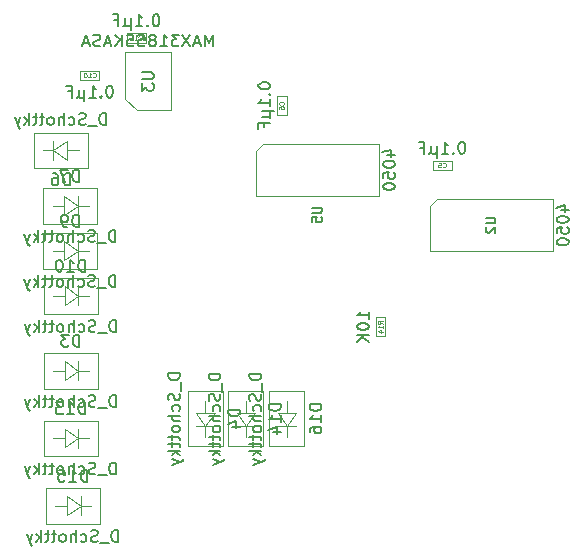
<source format=gbr>
%TF.GenerationSoftware,KiCad,Pcbnew,(6.0.9)*%
%TF.CreationDate,2023-02-03T20:00:34+01:00*%
%TF.ProjectId,jf-ecu32,6a662d65-6375-4333-922e-6b696361645f,rev?*%
%TF.SameCoordinates,Original*%
%TF.FileFunction,AssemblyDrawing,Bot*%
%FSLAX46Y46*%
G04 Gerber Fmt 4.6, Leading zero omitted, Abs format (unit mm)*
G04 Created by KiCad (PCBNEW (6.0.9)) date 2023-02-03 20:00:34*
%MOMM*%
%LPD*%
G01*
G04 APERTURE LIST*
%ADD10C,0.150000*%
%ADD11C,0.060000*%
%ADD12C,0.100000*%
G04 APERTURE END LIST*
D10*
%TO.C,D14*%
X43191380Y-179940676D02*
X42191380Y-179940676D01*
X42191380Y-180178771D01*
X42239000Y-180321628D01*
X42334238Y-180416866D01*
X42429476Y-180464485D01*
X42619952Y-180512104D01*
X42762809Y-180512104D01*
X42953285Y-180464485D01*
X43048523Y-180416866D01*
X43143761Y-180321628D01*
X43191380Y-180178771D01*
X43191380Y-179940676D01*
X43286619Y-180702580D02*
X43286619Y-181464485D01*
X43143761Y-181654961D02*
X43191380Y-181797819D01*
X43191380Y-182035914D01*
X43143761Y-182131152D01*
X43096142Y-182178771D01*
X43000904Y-182226390D01*
X42905666Y-182226390D01*
X42810428Y-182178771D01*
X42762809Y-182131152D01*
X42715190Y-182035914D01*
X42667571Y-181845438D01*
X42619952Y-181750200D01*
X42572333Y-181702580D01*
X42477095Y-181654961D01*
X42381857Y-181654961D01*
X42286619Y-181702580D01*
X42239000Y-181750200D01*
X42191380Y-181845438D01*
X42191380Y-182083533D01*
X42239000Y-182226390D01*
X43143761Y-183083533D02*
X43191380Y-182988295D01*
X43191380Y-182797819D01*
X43143761Y-182702580D01*
X43096142Y-182654961D01*
X43000904Y-182607342D01*
X42715190Y-182607342D01*
X42619952Y-182654961D01*
X42572333Y-182702580D01*
X42524714Y-182797819D01*
X42524714Y-182988295D01*
X42572333Y-183083533D01*
X43191380Y-183512104D02*
X42191380Y-183512104D01*
X43191380Y-183940676D02*
X42667571Y-183940676D01*
X42572333Y-183893057D01*
X42524714Y-183797819D01*
X42524714Y-183654961D01*
X42572333Y-183559723D01*
X42619952Y-183512104D01*
X43191380Y-184559723D02*
X43143761Y-184464485D01*
X43096142Y-184416866D01*
X43000904Y-184369247D01*
X42715190Y-184369247D01*
X42619952Y-184416866D01*
X42572333Y-184464485D01*
X42524714Y-184559723D01*
X42524714Y-184702580D01*
X42572333Y-184797819D01*
X42619952Y-184845438D01*
X42715190Y-184893057D01*
X43000904Y-184893057D01*
X43096142Y-184845438D01*
X43143761Y-184797819D01*
X43191380Y-184702580D01*
X43191380Y-184559723D01*
X42524714Y-185178771D02*
X42524714Y-185559723D01*
X42191380Y-185321628D02*
X43048523Y-185321628D01*
X43143761Y-185369247D01*
X43191380Y-185464485D01*
X43191380Y-185559723D01*
X42524714Y-185750200D02*
X42524714Y-186131152D01*
X42191380Y-185893057D02*
X43048523Y-185893057D01*
X43143761Y-185940676D01*
X43191380Y-186035914D01*
X43191380Y-186131152D01*
X43191380Y-186464485D02*
X42191380Y-186464485D01*
X42810428Y-186559723D02*
X43191380Y-186845438D01*
X42524714Y-186845438D02*
X42905666Y-186464485D01*
X42524714Y-187178771D02*
X43191380Y-187416866D01*
X42524714Y-187654961D02*
X43191380Y-187416866D01*
X43429476Y-187321628D01*
X43477095Y-187274009D01*
X43524714Y-187178771D01*
X48291380Y-182535914D02*
X47291380Y-182535914D01*
X47291380Y-182774009D01*
X47339000Y-182916866D01*
X47434238Y-183012104D01*
X47529476Y-183059723D01*
X47719952Y-183107342D01*
X47862809Y-183107342D01*
X48053285Y-183059723D01*
X48148523Y-183012104D01*
X48243761Y-182916866D01*
X48291380Y-182774009D01*
X48291380Y-182535914D01*
X48291380Y-184059723D02*
X48291380Y-183488295D01*
X48291380Y-183774009D02*
X47291380Y-183774009D01*
X47434238Y-183678771D01*
X47529476Y-183583533D01*
X47577095Y-183488295D01*
X47624714Y-184916866D02*
X48291380Y-184916866D01*
X47243761Y-184678771D02*
X47958047Y-184440676D01*
X47958047Y-185059723D01*
%TO.C,D9*%
X34289523Y-172597380D02*
X34289523Y-171597380D01*
X34051428Y-171597380D01*
X33908571Y-171645000D01*
X33813333Y-171740238D01*
X33765714Y-171835476D01*
X33718095Y-172025952D01*
X33718095Y-172168809D01*
X33765714Y-172359285D01*
X33813333Y-172454523D01*
X33908571Y-172549761D01*
X34051428Y-172597380D01*
X34289523Y-172597380D01*
X33527619Y-172692619D02*
X32765714Y-172692619D01*
X32575238Y-172549761D02*
X32432380Y-172597380D01*
X32194285Y-172597380D01*
X32099047Y-172549761D01*
X32051428Y-172502142D01*
X32003809Y-172406904D01*
X32003809Y-172311666D01*
X32051428Y-172216428D01*
X32099047Y-172168809D01*
X32194285Y-172121190D01*
X32384761Y-172073571D01*
X32480000Y-172025952D01*
X32527619Y-171978333D01*
X32575238Y-171883095D01*
X32575238Y-171787857D01*
X32527619Y-171692619D01*
X32480000Y-171645000D01*
X32384761Y-171597380D01*
X32146666Y-171597380D01*
X32003809Y-171645000D01*
X31146666Y-172549761D02*
X31241904Y-172597380D01*
X31432380Y-172597380D01*
X31527619Y-172549761D01*
X31575238Y-172502142D01*
X31622857Y-172406904D01*
X31622857Y-172121190D01*
X31575238Y-172025952D01*
X31527619Y-171978333D01*
X31432380Y-171930714D01*
X31241904Y-171930714D01*
X31146666Y-171978333D01*
X30718095Y-172597380D02*
X30718095Y-171597380D01*
X30289523Y-172597380D02*
X30289523Y-172073571D01*
X30337142Y-171978333D01*
X30432380Y-171930714D01*
X30575238Y-171930714D01*
X30670476Y-171978333D01*
X30718095Y-172025952D01*
X29670476Y-172597380D02*
X29765714Y-172549761D01*
X29813333Y-172502142D01*
X29860952Y-172406904D01*
X29860952Y-172121190D01*
X29813333Y-172025952D01*
X29765714Y-171978333D01*
X29670476Y-171930714D01*
X29527619Y-171930714D01*
X29432380Y-171978333D01*
X29384761Y-172025952D01*
X29337142Y-172121190D01*
X29337142Y-172406904D01*
X29384761Y-172502142D01*
X29432380Y-172549761D01*
X29527619Y-172597380D01*
X29670476Y-172597380D01*
X29051428Y-171930714D02*
X28670476Y-171930714D01*
X28908571Y-171597380D02*
X28908571Y-172454523D01*
X28860952Y-172549761D01*
X28765714Y-172597380D01*
X28670476Y-172597380D01*
X28480000Y-171930714D02*
X28099047Y-171930714D01*
X28337142Y-171597380D02*
X28337142Y-172454523D01*
X28289523Y-172549761D01*
X28194285Y-172597380D01*
X28099047Y-172597380D01*
X27765714Y-172597380D02*
X27765714Y-171597380D01*
X27670476Y-172216428D02*
X27384761Y-172597380D01*
X27384761Y-171930714D02*
X27765714Y-172311666D01*
X27051428Y-171930714D02*
X26813333Y-172597380D01*
X26575238Y-171930714D02*
X26813333Y-172597380D01*
X26908571Y-172835476D01*
X26956190Y-172883095D01*
X27051428Y-172930714D01*
X31218095Y-167497380D02*
X31218095Y-166497380D01*
X30980000Y-166497380D01*
X30837142Y-166545000D01*
X30741904Y-166640238D01*
X30694285Y-166735476D01*
X30646666Y-166925952D01*
X30646666Y-167068809D01*
X30694285Y-167259285D01*
X30741904Y-167354523D01*
X30837142Y-167449761D01*
X30980000Y-167497380D01*
X31218095Y-167497380D01*
X30170476Y-167497380D02*
X29980000Y-167497380D01*
X29884761Y-167449761D01*
X29837142Y-167402142D01*
X29741904Y-167259285D01*
X29694285Y-167068809D01*
X29694285Y-166687857D01*
X29741904Y-166592619D01*
X29789523Y-166545000D01*
X29884761Y-166497380D01*
X30075238Y-166497380D01*
X30170476Y-166545000D01*
X30218095Y-166592619D01*
X30265714Y-166687857D01*
X30265714Y-166925952D01*
X30218095Y-167021190D01*
X30170476Y-167068809D01*
X30075238Y-167116428D01*
X29884761Y-167116428D01*
X29789523Y-167068809D01*
X29741904Y-167021190D01*
X29694285Y-166925952D01*
%TO.C,D16*%
X46645780Y-179940676D02*
X45645780Y-179940676D01*
X45645780Y-180178771D01*
X45693400Y-180321628D01*
X45788638Y-180416866D01*
X45883876Y-180464485D01*
X46074352Y-180512104D01*
X46217209Y-180512104D01*
X46407685Y-180464485D01*
X46502923Y-180416866D01*
X46598161Y-180321628D01*
X46645780Y-180178771D01*
X46645780Y-179940676D01*
X46741019Y-180702580D02*
X46741019Y-181464485D01*
X46598161Y-181654961D02*
X46645780Y-181797819D01*
X46645780Y-182035914D01*
X46598161Y-182131152D01*
X46550542Y-182178771D01*
X46455304Y-182226390D01*
X46360066Y-182226390D01*
X46264828Y-182178771D01*
X46217209Y-182131152D01*
X46169590Y-182035914D01*
X46121971Y-181845438D01*
X46074352Y-181750200D01*
X46026733Y-181702580D01*
X45931495Y-181654961D01*
X45836257Y-181654961D01*
X45741019Y-181702580D01*
X45693400Y-181750200D01*
X45645780Y-181845438D01*
X45645780Y-182083533D01*
X45693400Y-182226390D01*
X46598161Y-183083533D02*
X46645780Y-182988295D01*
X46645780Y-182797819D01*
X46598161Y-182702580D01*
X46550542Y-182654961D01*
X46455304Y-182607342D01*
X46169590Y-182607342D01*
X46074352Y-182654961D01*
X46026733Y-182702580D01*
X45979114Y-182797819D01*
X45979114Y-182988295D01*
X46026733Y-183083533D01*
X46645780Y-183512104D02*
X45645780Y-183512104D01*
X46645780Y-183940676D02*
X46121971Y-183940676D01*
X46026733Y-183893057D01*
X45979114Y-183797819D01*
X45979114Y-183654961D01*
X46026733Y-183559723D01*
X46074352Y-183512104D01*
X46645780Y-184559723D02*
X46598161Y-184464485D01*
X46550542Y-184416866D01*
X46455304Y-184369247D01*
X46169590Y-184369247D01*
X46074352Y-184416866D01*
X46026733Y-184464485D01*
X45979114Y-184559723D01*
X45979114Y-184702580D01*
X46026733Y-184797819D01*
X46074352Y-184845438D01*
X46169590Y-184893057D01*
X46455304Y-184893057D01*
X46550542Y-184845438D01*
X46598161Y-184797819D01*
X46645780Y-184702580D01*
X46645780Y-184559723D01*
X45979114Y-185178771D02*
X45979114Y-185559723D01*
X45645780Y-185321628D02*
X46502923Y-185321628D01*
X46598161Y-185369247D01*
X46645780Y-185464485D01*
X46645780Y-185559723D01*
X45979114Y-185750200D02*
X45979114Y-186131152D01*
X45645780Y-185893057D02*
X46502923Y-185893057D01*
X46598161Y-185940676D01*
X46645780Y-186035914D01*
X46645780Y-186131152D01*
X46645780Y-186464485D02*
X45645780Y-186464485D01*
X46264828Y-186559723D02*
X46645780Y-186845438D01*
X45979114Y-186845438D02*
X46360066Y-186464485D01*
X45979114Y-187178771D02*
X46645780Y-187416866D01*
X45979114Y-187654961D02*
X46645780Y-187416866D01*
X46883876Y-187321628D01*
X46931495Y-187274009D01*
X46979114Y-187178771D01*
X51745780Y-182535914D02*
X50745780Y-182535914D01*
X50745780Y-182774009D01*
X50793400Y-182916866D01*
X50888638Y-183012104D01*
X50983876Y-183059723D01*
X51174352Y-183107342D01*
X51317209Y-183107342D01*
X51507685Y-183059723D01*
X51602923Y-183012104D01*
X51698161Y-182916866D01*
X51745780Y-182774009D01*
X51745780Y-182535914D01*
X51745780Y-184059723D02*
X51745780Y-183488295D01*
X51745780Y-183774009D02*
X50745780Y-183774009D01*
X50888638Y-183678771D01*
X50983876Y-183583533D01*
X51031495Y-183488295D01*
X50745780Y-184916866D02*
X50745780Y-184726390D01*
X50793400Y-184631152D01*
X50841019Y-184583533D01*
X50983876Y-184488295D01*
X51174352Y-184440676D01*
X51555304Y-184440676D01*
X51650542Y-184488295D01*
X51698161Y-184535914D01*
X51745780Y-184631152D01*
X51745780Y-184821628D01*
X51698161Y-184916866D01*
X51650542Y-184964485D01*
X51555304Y-185012104D01*
X51317209Y-185012104D01*
X51221971Y-184964485D01*
X51174352Y-184916866D01*
X51126733Y-184821628D01*
X51126733Y-184631152D01*
X51174352Y-184535914D01*
X51221971Y-184488295D01*
X51317209Y-184440676D01*
%TO.C,U3*%
X42536380Y-152246380D02*
X42536380Y-151246380D01*
X42203047Y-151960666D01*
X41869714Y-151246380D01*
X41869714Y-152246380D01*
X41441142Y-151960666D02*
X40964952Y-151960666D01*
X41536380Y-152246380D02*
X41203047Y-151246380D01*
X40869714Y-152246380D01*
X40631619Y-151246380D02*
X39964952Y-152246380D01*
X39964952Y-151246380D02*
X40631619Y-152246380D01*
X39679238Y-151246380D02*
X39060190Y-151246380D01*
X39393523Y-151627333D01*
X39250666Y-151627333D01*
X39155428Y-151674952D01*
X39107809Y-151722571D01*
X39060190Y-151817809D01*
X39060190Y-152055904D01*
X39107809Y-152151142D01*
X39155428Y-152198761D01*
X39250666Y-152246380D01*
X39536380Y-152246380D01*
X39631619Y-152198761D01*
X39679238Y-152151142D01*
X38107809Y-152246380D02*
X38679238Y-152246380D01*
X38393523Y-152246380D02*
X38393523Y-151246380D01*
X38488761Y-151389238D01*
X38584000Y-151484476D01*
X38679238Y-151532095D01*
X37536380Y-151674952D02*
X37631619Y-151627333D01*
X37679238Y-151579714D01*
X37726857Y-151484476D01*
X37726857Y-151436857D01*
X37679238Y-151341619D01*
X37631619Y-151294000D01*
X37536380Y-151246380D01*
X37345904Y-151246380D01*
X37250666Y-151294000D01*
X37203047Y-151341619D01*
X37155428Y-151436857D01*
X37155428Y-151484476D01*
X37203047Y-151579714D01*
X37250666Y-151627333D01*
X37345904Y-151674952D01*
X37536380Y-151674952D01*
X37631619Y-151722571D01*
X37679238Y-151770190D01*
X37726857Y-151865428D01*
X37726857Y-152055904D01*
X37679238Y-152151142D01*
X37631619Y-152198761D01*
X37536380Y-152246380D01*
X37345904Y-152246380D01*
X37250666Y-152198761D01*
X37203047Y-152151142D01*
X37155428Y-152055904D01*
X37155428Y-151865428D01*
X37203047Y-151770190D01*
X37250666Y-151722571D01*
X37345904Y-151674952D01*
X36250666Y-151246380D02*
X36726857Y-151246380D01*
X36774476Y-151722571D01*
X36726857Y-151674952D01*
X36631619Y-151627333D01*
X36393523Y-151627333D01*
X36298285Y-151674952D01*
X36250666Y-151722571D01*
X36203047Y-151817809D01*
X36203047Y-152055904D01*
X36250666Y-152151142D01*
X36298285Y-152198761D01*
X36393523Y-152246380D01*
X36631619Y-152246380D01*
X36726857Y-152198761D01*
X36774476Y-152151142D01*
X35298285Y-151246380D02*
X35774476Y-151246380D01*
X35822095Y-151722571D01*
X35774476Y-151674952D01*
X35679238Y-151627333D01*
X35441142Y-151627333D01*
X35345904Y-151674952D01*
X35298285Y-151722571D01*
X35250666Y-151817809D01*
X35250666Y-152055904D01*
X35298285Y-152151142D01*
X35345904Y-152198761D01*
X35441142Y-152246380D01*
X35679238Y-152246380D01*
X35774476Y-152198761D01*
X35822095Y-152151142D01*
X34822095Y-152246380D02*
X34822095Y-151246380D01*
X34250666Y-152246380D02*
X34679238Y-151674952D01*
X34250666Y-151246380D02*
X34822095Y-151817809D01*
X33869714Y-151960666D02*
X33393523Y-151960666D01*
X33964952Y-152246380D02*
X33631619Y-151246380D01*
X33298285Y-152246380D01*
X33012571Y-152198761D02*
X32869714Y-152246380D01*
X32631619Y-152246380D01*
X32536380Y-152198761D01*
X32488761Y-152151142D01*
X32441142Y-152055904D01*
X32441142Y-151960666D01*
X32488761Y-151865428D01*
X32536380Y-151817809D01*
X32631619Y-151770190D01*
X32822095Y-151722571D01*
X32917333Y-151674952D01*
X32964952Y-151627333D01*
X33012571Y-151532095D01*
X33012571Y-151436857D01*
X32964952Y-151341619D01*
X32917333Y-151294000D01*
X32822095Y-151246380D01*
X32584000Y-151246380D01*
X32441142Y-151294000D01*
X32060190Y-151960666D02*
X31584000Y-151960666D01*
X32155428Y-152246380D02*
X31822095Y-151246380D01*
X31488761Y-152246380D01*
X36547333Y-154447333D02*
X37340666Y-154447333D01*
X37434000Y-154494000D01*
X37480666Y-154540666D01*
X37527333Y-154634000D01*
X37527333Y-154820666D01*
X37480666Y-154914000D01*
X37434000Y-154960666D01*
X37340666Y-155007333D01*
X36547333Y-155007333D01*
X36547333Y-155380666D02*
X36547333Y-155987333D01*
X36920666Y-155660666D01*
X36920666Y-155800666D01*
X36967333Y-155894000D01*
X37014000Y-155940666D01*
X37107333Y-155987333D01*
X37340666Y-155987333D01*
X37434000Y-155940666D01*
X37480666Y-155894000D01*
X37527333Y-155800666D01*
X37527333Y-155520666D01*
X37480666Y-155427333D01*
X37434000Y-155380666D01*
%TO.C,D10*%
X34329523Y-176407380D02*
X34329523Y-175407380D01*
X34091428Y-175407380D01*
X33948571Y-175455000D01*
X33853333Y-175550238D01*
X33805714Y-175645476D01*
X33758095Y-175835952D01*
X33758095Y-175978809D01*
X33805714Y-176169285D01*
X33853333Y-176264523D01*
X33948571Y-176359761D01*
X34091428Y-176407380D01*
X34329523Y-176407380D01*
X33567619Y-176502619D02*
X32805714Y-176502619D01*
X32615238Y-176359761D02*
X32472380Y-176407380D01*
X32234285Y-176407380D01*
X32139047Y-176359761D01*
X32091428Y-176312142D01*
X32043809Y-176216904D01*
X32043809Y-176121666D01*
X32091428Y-176026428D01*
X32139047Y-175978809D01*
X32234285Y-175931190D01*
X32424761Y-175883571D01*
X32520000Y-175835952D01*
X32567619Y-175788333D01*
X32615238Y-175693095D01*
X32615238Y-175597857D01*
X32567619Y-175502619D01*
X32520000Y-175455000D01*
X32424761Y-175407380D01*
X32186666Y-175407380D01*
X32043809Y-175455000D01*
X31186666Y-176359761D02*
X31281904Y-176407380D01*
X31472380Y-176407380D01*
X31567619Y-176359761D01*
X31615238Y-176312142D01*
X31662857Y-176216904D01*
X31662857Y-175931190D01*
X31615238Y-175835952D01*
X31567619Y-175788333D01*
X31472380Y-175740714D01*
X31281904Y-175740714D01*
X31186666Y-175788333D01*
X30758095Y-176407380D02*
X30758095Y-175407380D01*
X30329523Y-176407380D02*
X30329523Y-175883571D01*
X30377142Y-175788333D01*
X30472380Y-175740714D01*
X30615238Y-175740714D01*
X30710476Y-175788333D01*
X30758095Y-175835952D01*
X29710476Y-176407380D02*
X29805714Y-176359761D01*
X29853333Y-176312142D01*
X29900952Y-176216904D01*
X29900952Y-175931190D01*
X29853333Y-175835952D01*
X29805714Y-175788333D01*
X29710476Y-175740714D01*
X29567619Y-175740714D01*
X29472380Y-175788333D01*
X29424761Y-175835952D01*
X29377142Y-175931190D01*
X29377142Y-176216904D01*
X29424761Y-176312142D01*
X29472380Y-176359761D01*
X29567619Y-176407380D01*
X29710476Y-176407380D01*
X29091428Y-175740714D02*
X28710476Y-175740714D01*
X28948571Y-175407380D02*
X28948571Y-176264523D01*
X28900952Y-176359761D01*
X28805714Y-176407380D01*
X28710476Y-176407380D01*
X28520000Y-175740714D02*
X28139047Y-175740714D01*
X28377142Y-175407380D02*
X28377142Y-176264523D01*
X28329523Y-176359761D01*
X28234285Y-176407380D01*
X28139047Y-176407380D01*
X27805714Y-176407380D02*
X27805714Y-175407380D01*
X27710476Y-176026428D02*
X27424761Y-176407380D01*
X27424761Y-175740714D02*
X27805714Y-176121666D01*
X27091428Y-175740714D02*
X26853333Y-176407380D01*
X26615238Y-175740714D02*
X26853333Y-176407380D01*
X26948571Y-176645476D01*
X26996190Y-176693095D01*
X27091428Y-176740714D01*
X31734285Y-171307380D02*
X31734285Y-170307380D01*
X31496190Y-170307380D01*
X31353333Y-170355000D01*
X31258095Y-170450238D01*
X31210476Y-170545476D01*
X31162857Y-170735952D01*
X31162857Y-170878809D01*
X31210476Y-171069285D01*
X31258095Y-171164523D01*
X31353333Y-171259761D01*
X31496190Y-171307380D01*
X31734285Y-171307380D01*
X30210476Y-171307380D02*
X30781904Y-171307380D01*
X30496190Y-171307380D02*
X30496190Y-170307380D01*
X30591428Y-170450238D01*
X30686666Y-170545476D01*
X30781904Y-170593095D01*
X29591428Y-170307380D02*
X29496190Y-170307380D01*
X29400952Y-170355000D01*
X29353333Y-170402619D01*
X29305714Y-170497857D01*
X29258095Y-170688333D01*
X29258095Y-170926428D01*
X29305714Y-171116904D01*
X29353333Y-171212142D01*
X29400952Y-171259761D01*
X29496190Y-171307380D01*
X29591428Y-171307380D01*
X29686666Y-171259761D01*
X29734285Y-171212142D01*
X29781904Y-171116904D01*
X29829523Y-170926428D01*
X29829523Y-170688333D01*
X29781904Y-170497857D01*
X29734285Y-170402619D01*
X29686666Y-170355000D01*
X29591428Y-170307380D01*
%TO.C,C5*%
X63677285Y-160328380D02*
X63582047Y-160328380D01*
X63486809Y-160376000D01*
X63439190Y-160423619D01*
X63391571Y-160518857D01*
X63343952Y-160709333D01*
X63343952Y-160947428D01*
X63391571Y-161137904D01*
X63439190Y-161233142D01*
X63486809Y-161280761D01*
X63582047Y-161328380D01*
X63677285Y-161328380D01*
X63772523Y-161280761D01*
X63820142Y-161233142D01*
X63867761Y-161137904D01*
X63915380Y-160947428D01*
X63915380Y-160709333D01*
X63867761Y-160518857D01*
X63820142Y-160423619D01*
X63772523Y-160376000D01*
X63677285Y-160328380D01*
X62915380Y-161233142D02*
X62867761Y-161280761D01*
X62915380Y-161328380D01*
X62963000Y-161280761D01*
X62915380Y-161233142D01*
X62915380Y-161328380D01*
X61915380Y-161328380D02*
X62486809Y-161328380D01*
X62201095Y-161328380D02*
X62201095Y-160328380D01*
X62296333Y-160471238D01*
X62391571Y-160566476D01*
X62486809Y-160614095D01*
X61486809Y-160661714D02*
X61486809Y-161661714D01*
X61010619Y-161185523D02*
X60963000Y-161280761D01*
X60867761Y-161328380D01*
X61486809Y-161185523D02*
X61439190Y-161280761D01*
X61343952Y-161328380D01*
X61153476Y-161328380D01*
X61058238Y-161280761D01*
X61010619Y-161185523D01*
X61010619Y-160661714D01*
X60105857Y-160804571D02*
X60439190Y-160804571D01*
X60439190Y-161328380D02*
X60439190Y-160328380D01*
X59963000Y-160328380D01*
D11*
X62029666Y-162448857D02*
X62048714Y-162467904D01*
X62105857Y-162486952D01*
X62143952Y-162486952D01*
X62201095Y-162467904D01*
X62239190Y-162429809D01*
X62258238Y-162391714D01*
X62277285Y-162315523D01*
X62277285Y-162258380D01*
X62258238Y-162182190D01*
X62239190Y-162144095D01*
X62201095Y-162106000D01*
X62143952Y-162086952D01*
X62105857Y-162086952D01*
X62048714Y-162106000D01*
X62029666Y-162125047D01*
X61667761Y-162086952D02*
X61858238Y-162086952D01*
X61877285Y-162277428D01*
X61858238Y-162258380D01*
X61820142Y-162239333D01*
X61724904Y-162239333D01*
X61686809Y-162258380D01*
X61667761Y-162277428D01*
X61648714Y-162315523D01*
X61648714Y-162410761D01*
X61667761Y-162448857D01*
X61686809Y-162467904D01*
X61724904Y-162486952D01*
X61820142Y-162486952D01*
X61858238Y-162467904D01*
X61877285Y-162448857D01*
D10*
%TO.C,D6*%
X33495523Y-158888380D02*
X33495523Y-157888380D01*
X33257428Y-157888380D01*
X33114571Y-157936000D01*
X33019333Y-158031238D01*
X32971714Y-158126476D01*
X32924095Y-158316952D01*
X32924095Y-158459809D01*
X32971714Y-158650285D01*
X33019333Y-158745523D01*
X33114571Y-158840761D01*
X33257428Y-158888380D01*
X33495523Y-158888380D01*
X32733619Y-158983619D02*
X31971714Y-158983619D01*
X31781238Y-158840761D02*
X31638380Y-158888380D01*
X31400285Y-158888380D01*
X31305047Y-158840761D01*
X31257428Y-158793142D01*
X31209809Y-158697904D01*
X31209809Y-158602666D01*
X31257428Y-158507428D01*
X31305047Y-158459809D01*
X31400285Y-158412190D01*
X31590761Y-158364571D01*
X31686000Y-158316952D01*
X31733619Y-158269333D01*
X31781238Y-158174095D01*
X31781238Y-158078857D01*
X31733619Y-157983619D01*
X31686000Y-157936000D01*
X31590761Y-157888380D01*
X31352666Y-157888380D01*
X31209809Y-157936000D01*
X30352666Y-158840761D02*
X30447904Y-158888380D01*
X30638380Y-158888380D01*
X30733619Y-158840761D01*
X30781238Y-158793142D01*
X30828857Y-158697904D01*
X30828857Y-158412190D01*
X30781238Y-158316952D01*
X30733619Y-158269333D01*
X30638380Y-158221714D01*
X30447904Y-158221714D01*
X30352666Y-158269333D01*
X29924095Y-158888380D02*
X29924095Y-157888380D01*
X29495523Y-158888380D02*
X29495523Y-158364571D01*
X29543142Y-158269333D01*
X29638380Y-158221714D01*
X29781238Y-158221714D01*
X29876476Y-158269333D01*
X29924095Y-158316952D01*
X28876476Y-158888380D02*
X28971714Y-158840761D01*
X29019333Y-158793142D01*
X29066952Y-158697904D01*
X29066952Y-158412190D01*
X29019333Y-158316952D01*
X28971714Y-158269333D01*
X28876476Y-158221714D01*
X28733619Y-158221714D01*
X28638380Y-158269333D01*
X28590761Y-158316952D01*
X28543142Y-158412190D01*
X28543142Y-158697904D01*
X28590761Y-158793142D01*
X28638380Y-158840761D01*
X28733619Y-158888380D01*
X28876476Y-158888380D01*
X28257428Y-158221714D02*
X27876476Y-158221714D01*
X28114571Y-157888380D02*
X28114571Y-158745523D01*
X28066952Y-158840761D01*
X27971714Y-158888380D01*
X27876476Y-158888380D01*
X27686000Y-158221714D02*
X27305047Y-158221714D01*
X27543142Y-157888380D02*
X27543142Y-158745523D01*
X27495523Y-158840761D01*
X27400285Y-158888380D01*
X27305047Y-158888380D01*
X26971714Y-158888380D02*
X26971714Y-157888380D01*
X26876476Y-158507428D02*
X26590761Y-158888380D01*
X26590761Y-158221714D02*
X26971714Y-158602666D01*
X26257428Y-158221714D02*
X26019333Y-158888380D01*
X25781238Y-158221714D02*
X26019333Y-158888380D01*
X26114571Y-159126476D01*
X26162190Y-159174095D01*
X26257428Y-159221714D01*
X30424095Y-163988380D02*
X30424095Y-162988380D01*
X30186000Y-162988380D01*
X30043142Y-163036000D01*
X29947904Y-163131238D01*
X29900285Y-163226476D01*
X29852666Y-163416952D01*
X29852666Y-163559809D01*
X29900285Y-163750285D01*
X29947904Y-163845523D01*
X30043142Y-163940761D01*
X30186000Y-163988380D01*
X30424095Y-163988380D01*
X28995523Y-162988380D02*
X29186000Y-162988380D01*
X29281238Y-163036000D01*
X29328857Y-163083619D01*
X29424095Y-163226476D01*
X29471714Y-163416952D01*
X29471714Y-163797904D01*
X29424095Y-163893142D01*
X29376476Y-163940761D01*
X29281238Y-163988380D01*
X29090761Y-163988380D01*
X28995523Y-163940761D01*
X28947904Y-163893142D01*
X28900285Y-163797904D01*
X28900285Y-163559809D01*
X28947904Y-163464571D01*
X28995523Y-163416952D01*
X29090761Y-163369333D01*
X29281238Y-163369333D01*
X29376476Y-163416952D01*
X29424095Y-163464571D01*
X29471714Y-163559809D01*
%TO.C,C6*%
X46409380Y-155524714D02*
X46409380Y-155619952D01*
X46457000Y-155715190D01*
X46504619Y-155762809D01*
X46599857Y-155810428D01*
X46790333Y-155858047D01*
X47028428Y-155858047D01*
X47218904Y-155810428D01*
X47314142Y-155762809D01*
X47361761Y-155715190D01*
X47409380Y-155619952D01*
X47409380Y-155524714D01*
X47361761Y-155429476D01*
X47314142Y-155381857D01*
X47218904Y-155334238D01*
X47028428Y-155286619D01*
X46790333Y-155286619D01*
X46599857Y-155334238D01*
X46504619Y-155381857D01*
X46457000Y-155429476D01*
X46409380Y-155524714D01*
X47314142Y-156286619D02*
X47361761Y-156334238D01*
X47409380Y-156286619D01*
X47361761Y-156239000D01*
X47314142Y-156286619D01*
X47409380Y-156286619D01*
X47409380Y-157286619D02*
X47409380Y-156715190D01*
X47409380Y-157000904D02*
X46409380Y-157000904D01*
X46552238Y-156905666D01*
X46647476Y-156810428D01*
X46695095Y-156715190D01*
X46742714Y-157715190D02*
X47742714Y-157715190D01*
X47266523Y-158191380D02*
X47361761Y-158239000D01*
X47409380Y-158334238D01*
X47266523Y-157715190D02*
X47361761Y-157762809D01*
X47409380Y-157858047D01*
X47409380Y-158048523D01*
X47361761Y-158143761D01*
X47266523Y-158191380D01*
X46742714Y-158191380D01*
X46885571Y-159096142D02*
X46885571Y-158762809D01*
X47409380Y-158762809D02*
X46409380Y-158762809D01*
X46409380Y-159239000D01*
D11*
X48529857Y-157172333D02*
X48548904Y-157153285D01*
X48567952Y-157096142D01*
X48567952Y-157058047D01*
X48548904Y-157000904D01*
X48510809Y-156962809D01*
X48472714Y-156943761D01*
X48396523Y-156924714D01*
X48339380Y-156924714D01*
X48263190Y-156943761D01*
X48225095Y-156962809D01*
X48187000Y-157000904D01*
X48167952Y-157058047D01*
X48167952Y-157096142D01*
X48187000Y-157153285D01*
X48206047Y-157172333D01*
X48167952Y-157515190D02*
X48167952Y-157439000D01*
X48187000Y-157400904D01*
X48206047Y-157381857D01*
X48263190Y-157343761D01*
X48339380Y-157324714D01*
X48491761Y-157324714D01*
X48529857Y-157343761D01*
X48548904Y-157362809D01*
X48567952Y-157400904D01*
X48567952Y-157477095D01*
X48548904Y-157515190D01*
X48529857Y-157534238D01*
X48491761Y-157553285D01*
X48396523Y-157553285D01*
X48358428Y-157534238D01*
X48339380Y-157515190D01*
X48320333Y-157477095D01*
X48320333Y-157400904D01*
X48339380Y-157362809D01*
X48358428Y-157343761D01*
X48396523Y-157324714D01*
D10*
%TO.C,C10*%
X33845285Y-155568380D02*
X33750047Y-155568380D01*
X33654809Y-155616000D01*
X33607190Y-155663619D01*
X33559571Y-155758857D01*
X33511952Y-155949333D01*
X33511952Y-156187428D01*
X33559571Y-156377904D01*
X33607190Y-156473142D01*
X33654809Y-156520761D01*
X33750047Y-156568380D01*
X33845285Y-156568380D01*
X33940523Y-156520761D01*
X33988142Y-156473142D01*
X34035761Y-156377904D01*
X34083380Y-156187428D01*
X34083380Y-155949333D01*
X34035761Y-155758857D01*
X33988142Y-155663619D01*
X33940523Y-155616000D01*
X33845285Y-155568380D01*
X33083380Y-156473142D02*
X33035761Y-156520761D01*
X33083380Y-156568380D01*
X33131000Y-156520761D01*
X33083380Y-156473142D01*
X33083380Y-156568380D01*
X32083380Y-156568380D02*
X32654809Y-156568380D01*
X32369095Y-156568380D02*
X32369095Y-155568380D01*
X32464333Y-155711238D01*
X32559571Y-155806476D01*
X32654809Y-155854095D01*
X31654809Y-155901714D02*
X31654809Y-156901714D01*
X31178619Y-156425523D02*
X31131000Y-156520761D01*
X31035761Y-156568380D01*
X31654809Y-156425523D02*
X31607190Y-156520761D01*
X31511952Y-156568380D01*
X31321476Y-156568380D01*
X31226238Y-156520761D01*
X31178619Y-156425523D01*
X31178619Y-155901714D01*
X30273857Y-156044571D02*
X30607190Y-156044571D01*
X30607190Y-156568380D02*
X30607190Y-155568380D01*
X30131000Y-155568380D01*
D11*
X32388142Y-154828857D02*
X32407190Y-154847904D01*
X32464333Y-154866952D01*
X32502428Y-154866952D01*
X32559571Y-154847904D01*
X32597666Y-154809809D01*
X32616714Y-154771714D01*
X32635761Y-154695523D01*
X32635761Y-154638380D01*
X32616714Y-154562190D01*
X32597666Y-154524095D01*
X32559571Y-154486000D01*
X32502428Y-154466952D01*
X32464333Y-154466952D01*
X32407190Y-154486000D01*
X32388142Y-154505047D01*
X32007190Y-154866952D02*
X32235761Y-154866952D01*
X32121476Y-154866952D02*
X32121476Y-154466952D01*
X32159571Y-154524095D01*
X32197666Y-154562190D01*
X32235761Y-154581238D01*
X31759571Y-154466952D02*
X31721476Y-154466952D01*
X31683380Y-154486000D01*
X31664333Y-154505047D01*
X31645285Y-154543142D01*
X31626238Y-154619333D01*
X31626238Y-154714571D01*
X31645285Y-154790761D01*
X31664333Y-154828857D01*
X31683380Y-154847904D01*
X31721476Y-154866952D01*
X31759571Y-154866952D01*
X31797666Y-154847904D01*
X31816714Y-154828857D01*
X31835761Y-154790761D01*
X31854809Y-154714571D01*
X31854809Y-154619333D01*
X31835761Y-154543142D01*
X31816714Y-154505047D01*
X31797666Y-154486000D01*
X31759571Y-154466952D01*
D10*
%TO.C,D15*%
X34514523Y-194187380D02*
X34514523Y-193187380D01*
X34276428Y-193187380D01*
X34133571Y-193235000D01*
X34038333Y-193330238D01*
X33990714Y-193425476D01*
X33943095Y-193615952D01*
X33943095Y-193758809D01*
X33990714Y-193949285D01*
X34038333Y-194044523D01*
X34133571Y-194139761D01*
X34276428Y-194187380D01*
X34514523Y-194187380D01*
X33752619Y-194282619D02*
X32990714Y-194282619D01*
X32800238Y-194139761D02*
X32657380Y-194187380D01*
X32419285Y-194187380D01*
X32324047Y-194139761D01*
X32276428Y-194092142D01*
X32228809Y-193996904D01*
X32228809Y-193901666D01*
X32276428Y-193806428D01*
X32324047Y-193758809D01*
X32419285Y-193711190D01*
X32609761Y-193663571D01*
X32705000Y-193615952D01*
X32752619Y-193568333D01*
X32800238Y-193473095D01*
X32800238Y-193377857D01*
X32752619Y-193282619D01*
X32705000Y-193235000D01*
X32609761Y-193187380D01*
X32371666Y-193187380D01*
X32228809Y-193235000D01*
X31371666Y-194139761D02*
X31466904Y-194187380D01*
X31657380Y-194187380D01*
X31752619Y-194139761D01*
X31800238Y-194092142D01*
X31847857Y-193996904D01*
X31847857Y-193711190D01*
X31800238Y-193615952D01*
X31752619Y-193568333D01*
X31657380Y-193520714D01*
X31466904Y-193520714D01*
X31371666Y-193568333D01*
X30943095Y-194187380D02*
X30943095Y-193187380D01*
X30514523Y-194187380D02*
X30514523Y-193663571D01*
X30562142Y-193568333D01*
X30657380Y-193520714D01*
X30800238Y-193520714D01*
X30895476Y-193568333D01*
X30943095Y-193615952D01*
X29895476Y-194187380D02*
X29990714Y-194139761D01*
X30038333Y-194092142D01*
X30085952Y-193996904D01*
X30085952Y-193711190D01*
X30038333Y-193615952D01*
X29990714Y-193568333D01*
X29895476Y-193520714D01*
X29752619Y-193520714D01*
X29657380Y-193568333D01*
X29609761Y-193615952D01*
X29562142Y-193711190D01*
X29562142Y-193996904D01*
X29609761Y-194092142D01*
X29657380Y-194139761D01*
X29752619Y-194187380D01*
X29895476Y-194187380D01*
X29276428Y-193520714D02*
X28895476Y-193520714D01*
X29133571Y-193187380D02*
X29133571Y-194044523D01*
X29085952Y-194139761D01*
X28990714Y-194187380D01*
X28895476Y-194187380D01*
X28705000Y-193520714D02*
X28324047Y-193520714D01*
X28562142Y-193187380D02*
X28562142Y-194044523D01*
X28514523Y-194139761D01*
X28419285Y-194187380D01*
X28324047Y-194187380D01*
X27990714Y-194187380D02*
X27990714Y-193187380D01*
X27895476Y-193806428D02*
X27609761Y-194187380D01*
X27609761Y-193520714D02*
X27990714Y-193901666D01*
X27276428Y-193520714D02*
X27038333Y-194187380D01*
X26800238Y-193520714D02*
X27038333Y-194187380D01*
X27133571Y-194425476D01*
X27181190Y-194473095D01*
X27276428Y-194520714D01*
X31919285Y-189087380D02*
X31919285Y-188087380D01*
X31681190Y-188087380D01*
X31538333Y-188135000D01*
X31443095Y-188230238D01*
X31395476Y-188325476D01*
X31347857Y-188515952D01*
X31347857Y-188658809D01*
X31395476Y-188849285D01*
X31443095Y-188944523D01*
X31538333Y-189039761D01*
X31681190Y-189087380D01*
X31919285Y-189087380D01*
X30395476Y-189087380D02*
X30966904Y-189087380D01*
X30681190Y-189087380D02*
X30681190Y-188087380D01*
X30776428Y-188230238D01*
X30871666Y-188325476D01*
X30966904Y-188373095D01*
X29490714Y-188087380D02*
X29966904Y-188087380D01*
X30014523Y-188563571D01*
X29966904Y-188515952D01*
X29871666Y-188468333D01*
X29633571Y-188468333D01*
X29538333Y-188515952D01*
X29490714Y-188563571D01*
X29443095Y-188658809D01*
X29443095Y-188896904D01*
X29490714Y-188992142D01*
X29538333Y-189039761D01*
X29633571Y-189087380D01*
X29871666Y-189087380D01*
X29966904Y-189039761D01*
X30014523Y-188992142D01*
%TO.C,D13*%
X34329523Y-188472380D02*
X34329523Y-187472380D01*
X34091428Y-187472380D01*
X33948571Y-187520000D01*
X33853333Y-187615238D01*
X33805714Y-187710476D01*
X33758095Y-187900952D01*
X33758095Y-188043809D01*
X33805714Y-188234285D01*
X33853333Y-188329523D01*
X33948571Y-188424761D01*
X34091428Y-188472380D01*
X34329523Y-188472380D01*
X33567619Y-188567619D02*
X32805714Y-188567619D01*
X32615238Y-188424761D02*
X32472380Y-188472380D01*
X32234285Y-188472380D01*
X32139047Y-188424761D01*
X32091428Y-188377142D01*
X32043809Y-188281904D01*
X32043809Y-188186666D01*
X32091428Y-188091428D01*
X32139047Y-188043809D01*
X32234285Y-187996190D01*
X32424761Y-187948571D01*
X32520000Y-187900952D01*
X32567619Y-187853333D01*
X32615238Y-187758095D01*
X32615238Y-187662857D01*
X32567619Y-187567619D01*
X32520000Y-187520000D01*
X32424761Y-187472380D01*
X32186666Y-187472380D01*
X32043809Y-187520000D01*
X31186666Y-188424761D02*
X31281904Y-188472380D01*
X31472380Y-188472380D01*
X31567619Y-188424761D01*
X31615238Y-188377142D01*
X31662857Y-188281904D01*
X31662857Y-187996190D01*
X31615238Y-187900952D01*
X31567619Y-187853333D01*
X31472380Y-187805714D01*
X31281904Y-187805714D01*
X31186666Y-187853333D01*
X30758095Y-188472380D02*
X30758095Y-187472380D01*
X30329523Y-188472380D02*
X30329523Y-187948571D01*
X30377142Y-187853333D01*
X30472380Y-187805714D01*
X30615238Y-187805714D01*
X30710476Y-187853333D01*
X30758095Y-187900952D01*
X29710476Y-188472380D02*
X29805714Y-188424761D01*
X29853333Y-188377142D01*
X29900952Y-188281904D01*
X29900952Y-187996190D01*
X29853333Y-187900952D01*
X29805714Y-187853333D01*
X29710476Y-187805714D01*
X29567619Y-187805714D01*
X29472380Y-187853333D01*
X29424761Y-187900952D01*
X29377142Y-187996190D01*
X29377142Y-188281904D01*
X29424761Y-188377142D01*
X29472380Y-188424761D01*
X29567619Y-188472380D01*
X29710476Y-188472380D01*
X29091428Y-187805714D02*
X28710476Y-187805714D01*
X28948571Y-187472380D02*
X28948571Y-188329523D01*
X28900952Y-188424761D01*
X28805714Y-188472380D01*
X28710476Y-188472380D01*
X28520000Y-187805714D02*
X28139047Y-187805714D01*
X28377142Y-187472380D02*
X28377142Y-188329523D01*
X28329523Y-188424761D01*
X28234285Y-188472380D01*
X28139047Y-188472380D01*
X27805714Y-188472380D02*
X27805714Y-187472380D01*
X27710476Y-188091428D02*
X27424761Y-188472380D01*
X27424761Y-187805714D02*
X27805714Y-188186666D01*
X27091428Y-187805714D02*
X26853333Y-188472380D01*
X26615238Y-187805714D02*
X26853333Y-188472380D01*
X26948571Y-188710476D01*
X26996190Y-188758095D01*
X27091428Y-188805714D01*
X31734285Y-183372380D02*
X31734285Y-182372380D01*
X31496190Y-182372380D01*
X31353333Y-182420000D01*
X31258095Y-182515238D01*
X31210476Y-182610476D01*
X31162857Y-182800952D01*
X31162857Y-182943809D01*
X31210476Y-183134285D01*
X31258095Y-183229523D01*
X31353333Y-183324761D01*
X31496190Y-183372380D01*
X31734285Y-183372380D01*
X30210476Y-183372380D02*
X30781904Y-183372380D01*
X30496190Y-183372380D02*
X30496190Y-182372380D01*
X30591428Y-182515238D01*
X30686666Y-182610476D01*
X30781904Y-182658095D01*
X29877142Y-182372380D02*
X29258095Y-182372380D01*
X29591428Y-182753333D01*
X29448571Y-182753333D01*
X29353333Y-182800952D01*
X29305714Y-182848571D01*
X29258095Y-182943809D01*
X29258095Y-183181904D01*
X29305714Y-183277142D01*
X29353333Y-183324761D01*
X29448571Y-183372380D01*
X29734285Y-183372380D01*
X29829523Y-183324761D01*
X29877142Y-183277142D01*
%TO.C,R14*%
X55765980Y-175292923D02*
X55765980Y-174721495D01*
X55765980Y-175007209D02*
X54765980Y-175007209D01*
X54908838Y-174911971D01*
X55004076Y-174816733D01*
X55051695Y-174721495D01*
X54765980Y-175911971D02*
X54765980Y-176007209D01*
X54813600Y-176102447D01*
X54861219Y-176150066D01*
X54956457Y-176197685D01*
X55146933Y-176245304D01*
X55385028Y-176245304D01*
X55575504Y-176197685D01*
X55670742Y-176150066D01*
X55718361Y-176102447D01*
X55765980Y-176007209D01*
X55765980Y-175911971D01*
X55718361Y-175816733D01*
X55670742Y-175769114D01*
X55575504Y-175721495D01*
X55385028Y-175673876D01*
X55146933Y-175673876D01*
X54956457Y-175721495D01*
X54861219Y-175769114D01*
X54813600Y-175816733D01*
X54765980Y-175911971D01*
X55765980Y-176673876D02*
X54765980Y-176673876D01*
X55765980Y-177245304D02*
X55194552Y-176816733D01*
X54765980Y-177245304D02*
X55337409Y-176673876D01*
D11*
X56924552Y-175726257D02*
X56734076Y-175592923D01*
X56924552Y-175497685D02*
X56524552Y-175497685D01*
X56524552Y-175650066D01*
X56543600Y-175688161D01*
X56562647Y-175707209D01*
X56600742Y-175726257D01*
X56657885Y-175726257D01*
X56695980Y-175707209D01*
X56715028Y-175688161D01*
X56734076Y-175650066D01*
X56734076Y-175497685D01*
X56924552Y-176107209D02*
X56924552Y-175878638D01*
X56924552Y-175992923D02*
X56524552Y-175992923D01*
X56581695Y-175954828D01*
X56619790Y-175916733D01*
X56638838Y-175878638D01*
X56657885Y-176450066D02*
X56924552Y-176450066D01*
X56505504Y-176354828D02*
X56791219Y-176259590D01*
X56791219Y-176507209D01*
D10*
%TO.C,U2*%
X72001914Y-166122504D02*
X72668580Y-166122504D01*
X71620961Y-165884409D02*
X72335247Y-165646314D01*
X72335247Y-166265361D01*
X71668580Y-166836790D02*
X71668580Y-166932028D01*
X71716200Y-167027266D01*
X71763819Y-167074885D01*
X71859057Y-167122504D01*
X72049533Y-167170123D01*
X72287628Y-167170123D01*
X72478104Y-167122504D01*
X72573342Y-167074885D01*
X72620961Y-167027266D01*
X72668580Y-166932028D01*
X72668580Y-166836790D01*
X72620961Y-166741552D01*
X72573342Y-166693933D01*
X72478104Y-166646314D01*
X72287628Y-166598695D01*
X72049533Y-166598695D01*
X71859057Y-166646314D01*
X71763819Y-166693933D01*
X71716200Y-166741552D01*
X71668580Y-166836790D01*
X71668580Y-168074885D02*
X71668580Y-167598695D01*
X72144771Y-167551076D01*
X72097152Y-167598695D01*
X72049533Y-167693933D01*
X72049533Y-167932028D01*
X72097152Y-168027266D01*
X72144771Y-168074885D01*
X72240009Y-168122504D01*
X72478104Y-168122504D01*
X72573342Y-168074885D01*
X72620961Y-168027266D01*
X72668580Y-167932028D01*
X72668580Y-167693933D01*
X72620961Y-167598695D01*
X72573342Y-167551076D01*
X71668580Y-168741552D02*
X71668580Y-168836790D01*
X71716200Y-168932028D01*
X71763819Y-168979647D01*
X71859057Y-169027266D01*
X72049533Y-169074885D01*
X72287628Y-169074885D01*
X72478104Y-169027266D01*
X72573342Y-168979647D01*
X72620961Y-168932028D01*
X72668580Y-168836790D01*
X72668580Y-168741552D01*
X72620961Y-168646314D01*
X72573342Y-168598695D01*
X72478104Y-168551076D01*
X72287628Y-168503457D01*
X72049533Y-168503457D01*
X71859057Y-168551076D01*
X71763819Y-168598695D01*
X71716200Y-168646314D01*
X71668580Y-168741552D01*
X65678104Y-166751076D02*
X66325723Y-166751076D01*
X66401914Y-166789171D01*
X66440009Y-166827266D01*
X66478104Y-166903457D01*
X66478104Y-167055838D01*
X66440009Y-167132028D01*
X66401914Y-167170123D01*
X66325723Y-167208219D01*
X65678104Y-167208219D01*
X65754295Y-167551076D02*
X65716200Y-167589171D01*
X65678104Y-167665361D01*
X65678104Y-167855838D01*
X65716200Y-167932028D01*
X65754295Y-167970123D01*
X65830485Y-168008219D01*
X65906676Y-168008219D01*
X66020961Y-167970123D01*
X66478104Y-167512980D01*
X66478104Y-168008219D01*
%TO.C,D7*%
X34289523Y-168787380D02*
X34289523Y-167787380D01*
X34051428Y-167787380D01*
X33908571Y-167835000D01*
X33813333Y-167930238D01*
X33765714Y-168025476D01*
X33718095Y-168215952D01*
X33718095Y-168358809D01*
X33765714Y-168549285D01*
X33813333Y-168644523D01*
X33908571Y-168739761D01*
X34051428Y-168787380D01*
X34289523Y-168787380D01*
X33527619Y-168882619D02*
X32765714Y-168882619D01*
X32575238Y-168739761D02*
X32432380Y-168787380D01*
X32194285Y-168787380D01*
X32099047Y-168739761D01*
X32051428Y-168692142D01*
X32003809Y-168596904D01*
X32003809Y-168501666D01*
X32051428Y-168406428D01*
X32099047Y-168358809D01*
X32194285Y-168311190D01*
X32384761Y-168263571D01*
X32480000Y-168215952D01*
X32527619Y-168168333D01*
X32575238Y-168073095D01*
X32575238Y-167977857D01*
X32527619Y-167882619D01*
X32480000Y-167835000D01*
X32384761Y-167787380D01*
X32146666Y-167787380D01*
X32003809Y-167835000D01*
X31146666Y-168739761D02*
X31241904Y-168787380D01*
X31432380Y-168787380D01*
X31527619Y-168739761D01*
X31575238Y-168692142D01*
X31622857Y-168596904D01*
X31622857Y-168311190D01*
X31575238Y-168215952D01*
X31527619Y-168168333D01*
X31432380Y-168120714D01*
X31241904Y-168120714D01*
X31146666Y-168168333D01*
X30718095Y-168787380D02*
X30718095Y-167787380D01*
X30289523Y-168787380D02*
X30289523Y-168263571D01*
X30337142Y-168168333D01*
X30432380Y-168120714D01*
X30575238Y-168120714D01*
X30670476Y-168168333D01*
X30718095Y-168215952D01*
X29670476Y-168787380D02*
X29765714Y-168739761D01*
X29813333Y-168692142D01*
X29860952Y-168596904D01*
X29860952Y-168311190D01*
X29813333Y-168215952D01*
X29765714Y-168168333D01*
X29670476Y-168120714D01*
X29527619Y-168120714D01*
X29432380Y-168168333D01*
X29384761Y-168215952D01*
X29337142Y-168311190D01*
X29337142Y-168596904D01*
X29384761Y-168692142D01*
X29432380Y-168739761D01*
X29527619Y-168787380D01*
X29670476Y-168787380D01*
X29051428Y-168120714D02*
X28670476Y-168120714D01*
X28908571Y-167787380D02*
X28908571Y-168644523D01*
X28860952Y-168739761D01*
X28765714Y-168787380D01*
X28670476Y-168787380D01*
X28480000Y-168120714D02*
X28099047Y-168120714D01*
X28337142Y-167787380D02*
X28337142Y-168644523D01*
X28289523Y-168739761D01*
X28194285Y-168787380D01*
X28099047Y-168787380D01*
X27765714Y-168787380D02*
X27765714Y-167787380D01*
X27670476Y-168406428D02*
X27384761Y-168787380D01*
X27384761Y-168120714D02*
X27765714Y-168501666D01*
X27051428Y-168120714D02*
X26813333Y-168787380D01*
X26575238Y-168120714D02*
X26813333Y-168787380D01*
X26908571Y-169025476D01*
X26956190Y-169073095D01*
X27051428Y-169120714D01*
X31218095Y-163687380D02*
X31218095Y-162687380D01*
X30980000Y-162687380D01*
X30837142Y-162735000D01*
X30741904Y-162830238D01*
X30694285Y-162925476D01*
X30646666Y-163115952D01*
X30646666Y-163258809D01*
X30694285Y-163449285D01*
X30741904Y-163544523D01*
X30837142Y-163639761D01*
X30980000Y-163687380D01*
X31218095Y-163687380D01*
X30313333Y-162687380D02*
X29646666Y-162687380D01*
X30075238Y-163687380D01*
%TO.C,U5*%
X57295314Y-161448904D02*
X57961980Y-161448904D01*
X56914361Y-161210809D02*
X57628647Y-160972714D01*
X57628647Y-161591761D01*
X56961980Y-162163190D02*
X56961980Y-162258428D01*
X57009600Y-162353666D01*
X57057219Y-162401285D01*
X57152457Y-162448904D01*
X57342933Y-162496523D01*
X57581028Y-162496523D01*
X57771504Y-162448904D01*
X57866742Y-162401285D01*
X57914361Y-162353666D01*
X57961980Y-162258428D01*
X57961980Y-162163190D01*
X57914361Y-162067952D01*
X57866742Y-162020333D01*
X57771504Y-161972714D01*
X57581028Y-161925095D01*
X57342933Y-161925095D01*
X57152457Y-161972714D01*
X57057219Y-162020333D01*
X57009600Y-162067952D01*
X56961980Y-162163190D01*
X56961980Y-163401285D02*
X56961980Y-162925095D01*
X57438171Y-162877476D01*
X57390552Y-162925095D01*
X57342933Y-163020333D01*
X57342933Y-163258428D01*
X57390552Y-163353666D01*
X57438171Y-163401285D01*
X57533409Y-163448904D01*
X57771504Y-163448904D01*
X57866742Y-163401285D01*
X57914361Y-163353666D01*
X57961980Y-163258428D01*
X57961980Y-163020333D01*
X57914361Y-162925095D01*
X57866742Y-162877476D01*
X56961980Y-164067952D02*
X56961980Y-164163190D01*
X57009600Y-164258428D01*
X57057219Y-164306047D01*
X57152457Y-164353666D01*
X57342933Y-164401285D01*
X57581028Y-164401285D01*
X57771504Y-164353666D01*
X57866742Y-164306047D01*
X57914361Y-164258428D01*
X57961980Y-164163190D01*
X57961980Y-164067952D01*
X57914361Y-163972714D01*
X57866742Y-163925095D01*
X57771504Y-163877476D01*
X57581028Y-163829857D01*
X57342933Y-163829857D01*
X57152457Y-163877476D01*
X57057219Y-163925095D01*
X57009600Y-163972714D01*
X56961980Y-164067952D01*
X50971504Y-165887476D02*
X51619123Y-165887476D01*
X51695314Y-165925571D01*
X51733409Y-165963666D01*
X51771504Y-166039857D01*
X51771504Y-166192238D01*
X51733409Y-166268428D01*
X51695314Y-166306523D01*
X51619123Y-166344619D01*
X50971504Y-166344619D01*
X50971504Y-167106523D02*
X50971504Y-166725571D01*
X51352457Y-166687476D01*
X51314361Y-166725571D01*
X51276266Y-166801761D01*
X51276266Y-166992238D01*
X51314361Y-167068428D01*
X51352457Y-167106523D01*
X51428647Y-167144619D01*
X51619123Y-167144619D01*
X51695314Y-167106523D01*
X51733409Y-167068428D01*
X51771504Y-166992238D01*
X51771504Y-166801761D01*
X51733409Y-166725571D01*
X51695314Y-166687476D01*
%TO.C,C11*%
X37782285Y-149533380D02*
X37687047Y-149533380D01*
X37591809Y-149581000D01*
X37544190Y-149628619D01*
X37496571Y-149723857D01*
X37448952Y-149914333D01*
X37448952Y-150152428D01*
X37496571Y-150342904D01*
X37544190Y-150438142D01*
X37591809Y-150485761D01*
X37687047Y-150533380D01*
X37782285Y-150533380D01*
X37877523Y-150485761D01*
X37925142Y-150438142D01*
X37972761Y-150342904D01*
X38020380Y-150152428D01*
X38020380Y-149914333D01*
X37972761Y-149723857D01*
X37925142Y-149628619D01*
X37877523Y-149581000D01*
X37782285Y-149533380D01*
X37020380Y-150438142D02*
X36972761Y-150485761D01*
X37020380Y-150533380D01*
X37068000Y-150485761D01*
X37020380Y-150438142D01*
X37020380Y-150533380D01*
X36020380Y-150533380D02*
X36591809Y-150533380D01*
X36306095Y-150533380D02*
X36306095Y-149533380D01*
X36401333Y-149676238D01*
X36496571Y-149771476D01*
X36591809Y-149819095D01*
X35591809Y-149866714D02*
X35591809Y-150866714D01*
X35115619Y-150390523D02*
X35068000Y-150485761D01*
X34972761Y-150533380D01*
X35591809Y-150390523D02*
X35544190Y-150485761D01*
X35448952Y-150533380D01*
X35258476Y-150533380D01*
X35163238Y-150485761D01*
X35115619Y-150390523D01*
X35115619Y-149866714D01*
X34210857Y-150009571D02*
X34544190Y-150009571D01*
X34544190Y-150533380D02*
X34544190Y-149533380D01*
X34068000Y-149533380D01*
D11*
X36325142Y-151653857D02*
X36344190Y-151672904D01*
X36401333Y-151691952D01*
X36439428Y-151691952D01*
X36496571Y-151672904D01*
X36534666Y-151634809D01*
X36553714Y-151596714D01*
X36572761Y-151520523D01*
X36572761Y-151463380D01*
X36553714Y-151387190D01*
X36534666Y-151349095D01*
X36496571Y-151311000D01*
X36439428Y-151291952D01*
X36401333Y-151291952D01*
X36344190Y-151311000D01*
X36325142Y-151330047D01*
X35944190Y-151691952D02*
X36172761Y-151691952D01*
X36058476Y-151691952D02*
X36058476Y-151291952D01*
X36096571Y-151349095D01*
X36134666Y-151387190D01*
X36172761Y-151406238D01*
X35563238Y-151691952D02*
X35791809Y-151691952D01*
X35677523Y-151691952D02*
X35677523Y-151291952D01*
X35715619Y-151349095D01*
X35753714Y-151387190D01*
X35791809Y-151406238D01*
D10*
%TO.C,D4*%
X39762380Y-179930476D02*
X38762380Y-179930476D01*
X38762380Y-180168571D01*
X38810000Y-180311428D01*
X38905238Y-180406666D01*
X39000476Y-180454285D01*
X39190952Y-180501904D01*
X39333809Y-180501904D01*
X39524285Y-180454285D01*
X39619523Y-180406666D01*
X39714761Y-180311428D01*
X39762380Y-180168571D01*
X39762380Y-179930476D01*
X39857619Y-180692380D02*
X39857619Y-181454285D01*
X39714761Y-181644761D02*
X39762380Y-181787619D01*
X39762380Y-182025714D01*
X39714761Y-182120952D01*
X39667142Y-182168571D01*
X39571904Y-182216190D01*
X39476666Y-182216190D01*
X39381428Y-182168571D01*
X39333809Y-182120952D01*
X39286190Y-182025714D01*
X39238571Y-181835238D01*
X39190952Y-181740000D01*
X39143333Y-181692380D01*
X39048095Y-181644761D01*
X38952857Y-181644761D01*
X38857619Y-181692380D01*
X38810000Y-181740000D01*
X38762380Y-181835238D01*
X38762380Y-182073333D01*
X38810000Y-182216190D01*
X39714761Y-183073333D02*
X39762380Y-182978095D01*
X39762380Y-182787619D01*
X39714761Y-182692380D01*
X39667142Y-182644761D01*
X39571904Y-182597142D01*
X39286190Y-182597142D01*
X39190952Y-182644761D01*
X39143333Y-182692380D01*
X39095714Y-182787619D01*
X39095714Y-182978095D01*
X39143333Y-183073333D01*
X39762380Y-183501904D02*
X38762380Y-183501904D01*
X39762380Y-183930476D02*
X39238571Y-183930476D01*
X39143333Y-183882857D01*
X39095714Y-183787619D01*
X39095714Y-183644761D01*
X39143333Y-183549523D01*
X39190952Y-183501904D01*
X39762380Y-184549523D02*
X39714761Y-184454285D01*
X39667142Y-184406666D01*
X39571904Y-184359047D01*
X39286190Y-184359047D01*
X39190952Y-184406666D01*
X39143333Y-184454285D01*
X39095714Y-184549523D01*
X39095714Y-184692380D01*
X39143333Y-184787619D01*
X39190952Y-184835238D01*
X39286190Y-184882857D01*
X39571904Y-184882857D01*
X39667142Y-184835238D01*
X39714761Y-184787619D01*
X39762380Y-184692380D01*
X39762380Y-184549523D01*
X39095714Y-185168571D02*
X39095714Y-185549523D01*
X38762380Y-185311428D02*
X39619523Y-185311428D01*
X39714761Y-185359047D01*
X39762380Y-185454285D01*
X39762380Y-185549523D01*
X39095714Y-185740000D02*
X39095714Y-186120952D01*
X38762380Y-185882857D02*
X39619523Y-185882857D01*
X39714761Y-185930476D01*
X39762380Y-186025714D01*
X39762380Y-186120952D01*
X39762380Y-186454285D02*
X38762380Y-186454285D01*
X39381428Y-186549523D02*
X39762380Y-186835238D01*
X39095714Y-186835238D02*
X39476666Y-186454285D01*
X39095714Y-187168571D02*
X39762380Y-187406666D01*
X39095714Y-187644761D02*
X39762380Y-187406666D01*
X40000476Y-187311428D01*
X40048095Y-187263809D01*
X40095714Y-187168571D01*
X44862380Y-183001904D02*
X43862380Y-183001904D01*
X43862380Y-183240000D01*
X43910000Y-183382857D01*
X44005238Y-183478095D01*
X44100476Y-183525714D01*
X44290952Y-183573333D01*
X44433809Y-183573333D01*
X44624285Y-183525714D01*
X44719523Y-183478095D01*
X44814761Y-183382857D01*
X44862380Y-183240000D01*
X44862380Y-183001904D01*
X44195714Y-184430476D02*
X44862380Y-184430476D01*
X43814761Y-184192380D02*
X44529047Y-183954285D01*
X44529047Y-184573333D01*
%TO.C,D3*%
X34329523Y-182757380D02*
X34329523Y-181757380D01*
X34091428Y-181757380D01*
X33948571Y-181805000D01*
X33853333Y-181900238D01*
X33805714Y-181995476D01*
X33758095Y-182185952D01*
X33758095Y-182328809D01*
X33805714Y-182519285D01*
X33853333Y-182614523D01*
X33948571Y-182709761D01*
X34091428Y-182757380D01*
X34329523Y-182757380D01*
X33567619Y-182852619D02*
X32805714Y-182852619D01*
X32615238Y-182709761D02*
X32472380Y-182757380D01*
X32234285Y-182757380D01*
X32139047Y-182709761D01*
X32091428Y-182662142D01*
X32043809Y-182566904D01*
X32043809Y-182471666D01*
X32091428Y-182376428D01*
X32139047Y-182328809D01*
X32234285Y-182281190D01*
X32424761Y-182233571D01*
X32520000Y-182185952D01*
X32567619Y-182138333D01*
X32615238Y-182043095D01*
X32615238Y-181947857D01*
X32567619Y-181852619D01*
X32520000Y-181805000D01*
X32424761Y-181757380D01*
X32186666Y-181757380D01*
X32043809Y-181805000D01*
X31186666Y-182709761D02*
X31281904Y-182757380D01*
X31472380Y-182757380D01*
X31567619Y-182709761D01*
X31615238Y-182662142D01*
X31662857Y-182566904D01*
X31662857Y-182281190D01*
X31615238Y-182185952D01*
X31567619Y-182138333D01*
X31472380Y-182090714D01*
X31281904Y-182090714D01*
X31186666Y-182138333D01*
X30758095Y-182757380D02*
X30758095Y-181757380D01*
X30329523Y-182757380D02*
X30329523Y-182233571D01*
X30377142Y-182138333D01*
X30472380Y-182090714D01*
X30615238Y-182090714D01*
X30710476Y-182138333D01*
X30758095Y-182185952D01*
X29710476Y-182757380D02*
X29805714Y-182709761D01*
X29853333Y-182662142D01*
X29900952Y-182566904D01*
X29900952Y-182281190D01*
X29853333Y-182185952D01*
X29805714Y-182138333D01*
X29710476Y-182090714D01*
X29567619Y-182090714D01*
X29472380Y-182138333D01*
X29424761Y-182185952D01*
X29377142Y-182281190D01*
X29377142Y-182566904D01*
X29424761Y-182662142D01*
X29472380Y-182709761D01*
X29567619Y-182757380D01*
X29710476Y-182757380D01*
X29091428Y-182090714D02*
X28710476Y-182090714D01*
X28948571Y-181757380D02*
X28948571Y-182614523D01*
X28900952Y-182709761D01*
X28805714Y-182757380D01*
X28710476Y-182757380D01*
X28520000Y-182090714D02*
X28139047Y-182090714D01*
X28377142Y-181757380D02*
X28377142Y-182614523D01*
X28329523Y-182709761D01*
X28234285Y-182757380D01*
X28139047Y-182757380D01*
X27805714Y-182757380D02*
X27805714Y-181757380D01*
X27710476Y-182376428D02*
X27424761Y-182757380D01*
X27424761Y-182090714D02*
X27805714Y-182471666D01*
X27091428Y-182090714D02*
X26853333Y-182757380D01*
X26615238Y-182090714D02*
X26853333Y-182757380D01*
X26948571Y-182995476D01*
X26996190Y-183043095D01*
X27091428Y-183090714D01*
X31258095Y-177657380D02*
X31258095Y-176657380D01*
X31020000Y-176657380D01*
X30877142Y-176705000D01*
X30781904Y-176800238D01*
X30734285Y-176895476D01*
X30686666Y-177085952D01*
X30686666Y-177228809D01*
X30734285Y-177419285D01*
X30781904Y-177514523D01*
X30877142Y-177609761D01*
X31020000Y-177657380D01*
X31258095Y-177657380D01*
X30353333Y-176657380D02*
X29734285Y-176657380D01*
X30067619Y-177038333D01*
X29924761Y-177038333D01*
X29829523Y-177085952D01*
X29781904Y-177133571D01*
X29734285Y-177228809D01*
X29734285Y-177466904D01*
X29781904Y-177562142D01*
X29829523Y-177609761D01*
X29924761Y-177657380D01*
X30210476Y-177657380D01*
X30305714Y-177609761D01*
X30353333Y-177562142D01*
D12*
%TO.C,D14*%
X43839000Y-186050200D02*
X46839000Y-186050200D01*
X44588680Y-183249020D02*
X46138080Y-183249020D01*
X46839000Y-181450200D02*
X43839000Y-181450200D01*
X46138080Y-184399640D02*
X44537880Y-184399640D01*
X43839000Y-181450200D02*
X43839000Y-186050200D01*
X45337980Y-184399640D02*
X46138080Y-183249020D01*
X46839000Y-181450200D02*
X46839000Y-186050200D01*
X45337980Y-184399640D02*
X45337980Y-185301340D01*
X45337980Y-184399640D02*
X44588680Y-183249020D01*
X45337980Y-183249020D02*
X45337980Y-182250800D01*
%TO.C,D9*%
X28180000Y-171045000D02*
X32780000Y-171045000D01*
X31129440Y-169546020D02*
X29978820Y-170295320D01*
X31129440Y-169546020D02*
X32031140Y-169546020D01*
X28180000Y-168045000D02*
X28180000Y-171045000D01*
X31129440Y-169546020D02*
X29978820Y-168745920D01*
X29978820Y-169546020D02*
X28980600Y-169546020D01*
X32780000Y-171045000D02*
X32780000Y-168045000D01*
X29978820Y-170295320D02*
X29978820Y-168745920D01*
X28180000Y-168045000D02*
X32780000Y-168045000D01*
X31129440Y-168745920D02*
X31129440Y-170346120D01*
%TO.C,D16*%
X48043080Y-183249020D02*
X49592480Y-183249020D01*
X48792380Y-184399640D02*
X49592480Y-183249020D01*
X47293400Y-186050200D02*
X50293400Y-186050200D01*
X49592480Y-184399640D02*
X47992280Y-184399640D01*
X47293400Y-181450200D02*
X47293400Y-186050200D01*
X48792380Y-184399640D02*
X48792380Y-185301340D01*
X50293400Y-181450200D02*
X50293400Y-186050200D01*
X48792380Y-183249020D02*
X48792380Y-182250800D01*
X50293400Y-181450200D02*
X47293400Y-181450200D01*
X48792380Y-184399640D02*
X48043080Y-183249020D01*
%TO.C,U3*%
X39034000Y-152744000D02*
X35134000Y-152744000D01*
X36109000Y-157644000D02*
X39034000Y-157644000D01*
X35134000Y-156669000D02*
X36109000Y-157644000D01*
X39034000Y-157644000D02*
X39034000Y-152744000D01*
X35134000Y-152744000D02*
X35134000Y-156669000D01*
%TO.C,D10*%
X28220000Y-171855000D02*
X28220000Y-174855000D01*
X31169440Y-172555920D02*
X31169440Y-174156120D01*
X30018820Y-173356020D02*
X29020600Y-173356020D01*
X31169440Y-173356020D02*
X32071140Y-173356020D01*
X31169440Y-173356020D02*
X30018820Y-174105320D01*
X28220000Y-174855000D02*
X32820000Y-174855000D01*
X30018820Y-174105320D02*
X30018820Y-172555920D01*
X32820000Y-174855000D02*
X32820000Y-171855000D01*
X31169440Y-173356020D02*
X30018820Y-172555920D01*
X28220000Y-171855000D02*
X32820000Y-171855000D01*
%TO.C,C5*%
X61163000Y-162706000D02*
X62763000Y-162706000D01*
X61163000Y-161906000D02*
X61163000Y-162706000D01*
X62763000Y-162706000D02*
X62763000Y-161906000D01*
X62763000Y-161906000D02*
X61163000Y-161906000D01*
%TO.C,D6*%
X29036560Y-161034980D02*
X30187180Y-161835080D01*
X29036560Y-161034980D02*
X30187180Y-160285680D01*
X30187180Y-161034980D02*
X31185400Y-161034980D01*
X27386000Y-159536000D02*
X27386000Y-162536000D01*
X31986000Y-159536000D02*
X27386000Y-159536000D01*
X31986000Y-162536000D02*
X27386000Y-162536000D01*
X31986000Y-162536000D02*
X31986000Y-159536000D01*
X29036560Y-161835080D02*
X29036560Y-160234880D01*
X29036560Y-161034980D02*
X28134860Y-161034980D01*
X30187180Y-160285680D02*
X30187180Y-161835080D01*
%TO.C,C6*%
X48787000Y-156439000D02*
X47987000Y-156439000D01*
X47987000Y-158039000D02*
X48787000Y-158039000D01*
X47987000Y-156439000D02*
X47987000Y-158039000D01*
X48787000Y-158039000D02*
X48787000Y-156439000D01*
%TO.C,C10*%
X31331000Y-155086000D02*
X32931000Y-155086000D01*
X31331000Y-154286000D02*
X31331000Y-155086000D01*
X32931000Y-154286000D02*
X31331000Y-154286000D01*
X32931000Y-155086000D02*
X32931000Y-154286000D01*
%TO.C,D15*%
X31354440Y-191136020D02*
X32256140Y-191136020D01*
X31354440Y-191136020D02*
X30203820Y-191885320D01*
X28405000Y-189635000D02*
X28405000Y-192635000D01*
X28405000Y-192635000D02*
X33005000Y-192635000D01*
X30203820Y-191885320D02*
X30203820Y-190335920D01*
X31354440Y-191136020D02*
X30203820Y-190335920D01*
X31354440Y-190335920D02*
X31354440Y-191936120D01*
X30203820Y-191136020D02*
X29205600Y-191136020D01*
X33005000Y-192635000D02*
X33005000Y-189635000D01*
X28405000Y-189635000D02*
X33005000Y-189635000D01*
%TO.C,D13*%
X32820000Y-186920000D02*
X32820000Y-183920000D01*
X30018820Y-185421020D02*
X29020600Y-185421020D01*
X28220000Y-186920000D02*
X32820000Y-186920000D01*
X28220000Y-183920000D02*
X32820000Y-183920000D01*
X31169440Y-184620920D02*
X31169440Y-186221120D01*
X30018820Y-186170320D02*
X30018820Y-184620920D01*
X28220000Y-183920000D02*
X28220000Y-186920000D01*
X31169440Y-185421020D02*
X30018820Y-186170320D01*
X31169440Y-185421020D02*
X32071140Y-185421020D01*
X31169440Y-185421020D02*
X30018820Y-184620920D01*
%TO.C,R14*%
X57156100Y-175183400D02*
X56331100Y-175183400D01*
X56331100Y-176783400D02*
X57156100Y-176783400D01*
X56331100Y-175183400D02*
X56331100Y-176783400D01*
X57156100Y-176783400D02*
X57156100Y-175183400D01*
%TO.C,U2*%
X71316200Y-165160600D02*
X61516200Y-165160600D01*
X71316200Y-169560600D02*
X71316200Y-165160600D01*
X60916200Y-169560600D02*
X71316200Y-169560600D01*
X61516200Y-165160600D02*
X60916200Y-165760600D01*
X60916200Y-165760600D02*
X60916200Y-169560600D01*
%TO.C,D7*%
X32780000Y-167235000D02*
X32780000Y-164235000D01*
X31129440Y-164935920D02*
X31129440Y-166536120D01*
X28180000Y-164235000D02*
X32780000Y-164235000D01*
X31129440Y-165736020D02*
X29978820Y-166485320D01*
X31129440Y-165736020D02*
X29978820Y-164935920D01*
X29978820Y-165736020D02*
X28980600Y-165736020D01*
X28180000Y-164235000D02*
X28180000Y-167235000D01*
X31129440Y-165736020D02*
X32031140Y-165736020D01*
X28180000Y-167235000D02*
X32780000Y-167235000D01*
X29978820Y-166485320D02*
X29978820Y-164935920D01*
%TO.C,U5*%
X46809600Y-160487000D02*
X46209600Y-161087000D01*
X56609600Y-164887000D02*
X56609600Y-160487000D01*
X46209600Y-164887000D02*
X56609600Y-164887000D01*
X56609600Y-160487000D02*
X46809600Y-160487000D01*
X46209600Y-161087000D02*
X46209600Y-164887000D01*
%TO.C,C11*%
X35268000Y-151111000D02*
X35268000Y-151911000D01*
X36868000Y-151111000D02*
X35268000Y-151111000D01*
X35268000Y-151911000D02*
X36868000Y-151911000D01*
X36868000Y-151911000D02*
X36868000Y-151111000D01*
%TO.C,D4*%
X43410000Y-181440000D02*
X43410000Y-186040000D01*
X42709080Y-184389440D02*
X41108880Y-184389440D01*
X41159680Y-183238820D02*
X42709080Y-183238820D01*
X41908980Y-184389440D02*
X42709080Y-183238820D01*
X43410000Y-181440000D02*
X40410000Y-181440000D01*
X41908980Y-183238820D02*
X41908980Y-182240600D01*
X40410000Y-181440000D02*
X40410000Y-186040000D01*
X41908980Y-184389440D02*
X41159680Y-183238820D01*
X40410000Y-186040000D02*
X43410000Y-186040000D01*
X41908980Y-184389440D02*
X41908980Y-185291140D01*
%TO.C,D3*%
X30018820Y-179706020D02*
X29020600Y-179706020D01*
X31169440Y-179706020D02*
X32071140Y-179706020D01*
X31169440Y-179706020D02*
X30018820Y-180455320D01*
X31169440Y-179706020D02*
X30018820Y-178905920D01*
X28220000Y-181205000D02*
X32820000Y-181205000D01*
X28220000Y-178205000D02*
X32820000Y-178205000D01*
X28220000Y-178205000D02*
X28220000Y-181205000D01*
X30018820Y-180455320D02*
X30018820Y-178905920D01*
X32820000Y-181205000D02*
X32820000Y-178205000D01*
X31169440Y-178905920D02*
X31169440Y-180506120D01*
%TD*%
M02*

</source>
